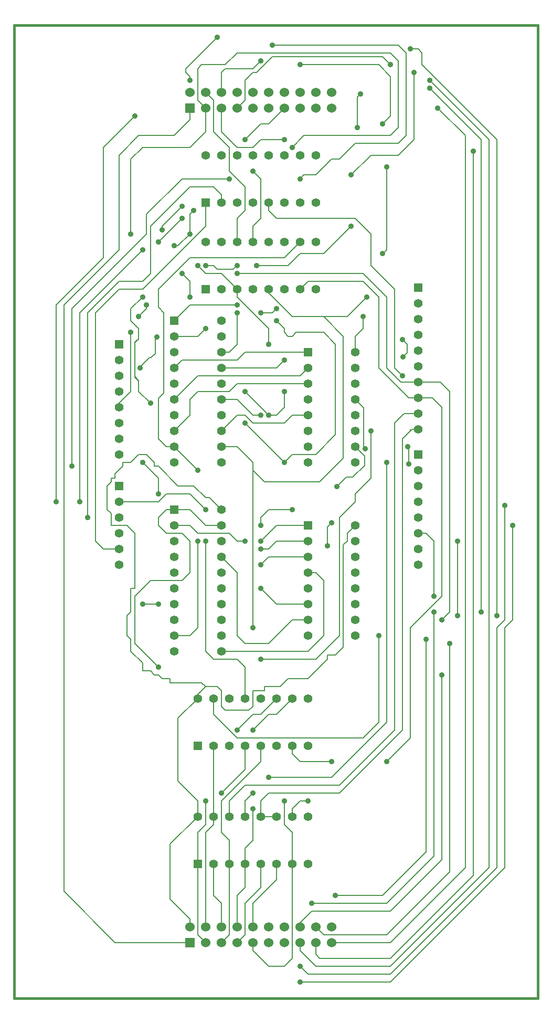
<source format=gtl>
G04 (created by PCBNEW-RS274X (2012-01-19 BZR 3256)-stable) date 4/18/2012 11:58:31 PM*
G01*
G70*
G90*
%MOIN*%
G04 Gerber Fmt 3.4, Leading zero omitted, Abs format*
%FSLAX34Y34*%
G04 APERTURE LIST*
%ADD10C,0.006000*%
%ADD11C,0.015000*%
%ADD12R,0.055000X0.055000*%
%ADD13C,0.055000*%
%ADD14R,0.060000X0.060000*%
%ADD15C,0.060000*%
%ADD16C,0.035000*%
%ADD17C,0.008000*%
G04 APERTURE END LIST*
G54D10*
G54D11*
X23350Y-11750D02*
X23350Y-73550D01*
X56600Y-11750D02*
X23350Y-11750D01*
X56600Y-73550D02*
X56600Y-11750D01*
X23400Y-73550D02*
X56600Y-73550D01*
G54D12*
X49000Y-39000D03*
G54D13*
X49000Y-40000D03*
X49000Y-41000D03*
X49000Y-42000D03*
X49000Y-43000D03*
X49000Y-44000D03*
X49000Y-45000D03*
X49000Y-46000D03*
G54D12*
X30000Y-32000D03*
G54D13*
X30000Y-33000D03*
X30000Y-34000D03*
X30000Y-35000D03*
X30000Y-36000D03*
X30000Y-37000D03*
X30000Y-38000D03*
X30000Y-39000D03*
G54D14*
X34500Y-17000D03*
G54D15*
X34500Y-16000D03*
X39500Y-17000D03*
X35500Y-16000D03*
X40500Y-17000D03*
X36500Y-16000D03*
X41500Y-17000D03*
X37500Y-16000D03*
X42500Y-17000D03*
X38500Y-16000D03*
X43500Y-17000D03*
X39500Y-16000D03*
X40500Y-16000D03*
X41500Y-16000D03*
X42500Y-16000D03*
X43500Y-16000D03*
X35500Y-17000D03*
X36500Y-17000D03*
X37500Y-17000D03*
X38500Y-17000D03*
G54D14*
X34500Y-70000D03*
G54D15*
X34500Y-69000D03*
X39500Y-70000D03*
X35500Y-69000D03*
X40500Y-70000D03*
X36500Y-69000D03*
X41500Y-70000D03*
X37500Y-69000D03*
X42500Y-70000D03*
X38500Y-69000D03*
X43500Y-70000D03*
X39500Y-69000D03*
X40500Y-69000D03*
X41500Y-69000D03*
X42500Y-69000D03*
X43500Y-69000D03*
X35500Y-70000D03*
X36500Y-70000D03*
X37500Y-70000D03*
X38500Y-70000D03*
G54D12*
X33500Y-30500D03*
G54D13*
X33500Y-31500D03*
X33500Y-32500D03*
X33500Y-33500D03*
X33500Y-34500D03*
X33500Y-35500D03*
X33500Y-36500D03*
X33500Y-37500D03*
X33500Y-38500D03*
X33500Y-39500D03*
X36500Y-39500D03*
X36500Y-38500D03*
X36500Y-37500D03*
X36500Y-36500D03*
X36500Y-35500D03*
X36500Y-34500D03*
X36500Y-33500D03*
X36500Y-32500D03*
X36500Y-31500D03*
X36500Y-30500D03*
G54D12*
X33500Y-42500D03*
G54D13*
X33500Y-43500D03*
X33500Y-44500D03*
X33500Y-45500D03*
X33500Y-46500D03*
X33500Y-47500D03*
X33500Y-48500D03*
X33500Y-49500D03*
X33500Y-50500D03*
X33500Y-51500D03*
X36500Y-51500D03*
X36500Y-50500D03*
X36500Y-49500D03*
X36500Y-48500D03*
X36500Y-47500D03*
X36500Y-46500D03*
X36500Y-45500D03*
X36500Y-44500D03*
X36500Y-43500D03*
X36500Y-42500D03*
G54D12*
X35500Y-23000D03*
G54D13*
X36500Y-23000D03*
X37500Y-23000D03*
X38500Y-23000D03*
X39500Y-23000D03*
X40500Y-23000D03*
X41500Y-23000D03*
X42500Y-23000D03*
X42500Y-20000D03*
X41500Y-20000D03*
X40500Y-20000D03*
X39500Y-20000D03*
X38500Y-20000D03*
X37500Y-20000D03*
X36500Y-20000D03*
X35500Y-20000D03*
G54D12*
X42000Y-32500D03*
G54D13*
X42000Y-33500D03*
X42000Y-34500D03*
X42000Y-35500D03*
X42000Y-36500D03*
X42000Y-37500D03*
X42000Y-38500D03*
X42000Y-39500D03*
X45000Y-39500D03*
X45000Y-38500D03*
X45000Y-37500D03*
X45000Y-36500D03*
X45000Y-35500D03*
X45000Y-34500D03*
X45000Y-33500D03*
X45000Y-32500D03*
G54D12*
X42000Y-43500D03*
G54D13*
X42000Y-44500D03*
X42000Y-45500D03*
X42000Y-46500D03*
X42000Y-47500D03*
X42000Y-48500D03*
X42000Y-49500D03*
X42000Y-50500D03*
X45000Y-50500D03*
X45000Y-49500D03*
X45000Y-48500D03*
X45000Y-47500D03*
X45000Y-46500D03*
X45000Y-45500D03*
X45000Y-44500D03*
X45000Y-43500D03*
G54D12*
X35000Y-65000D03*
G54D13*
X36000Y-65000D03*
X37000Y-65000D03*
X38000Y-65000D03*
X39000Y-65000D03*
X40000Y-65000D03*
X41000Y-65000D03*
X42000Y-65000D03*
X42000Y-62000D03*
X41000Y-62000D03*
X40000Y-62000D03*
X39000Y-62000D03*
X38000Y-62000D03*
X37000Y-62000D03*
X36000Y-62000D03*
X35000Y-62000D03*
G54D12*
X35000Y-57500D03*
G54D13*
X36000Y-57500D03*
X37000Y-57500D03*
X38000Y-57500D03*
X39000Y-57500D03*
X40000Y-57500D03*
X41000Y-57500D03*
X42000Y-57500D03*
X42000Y-54500D03*
X41000Y-54500D03*
X40000Y-54500D03*
X39000Y-54500D03*
X38000Y-54500D03*
X37000Y-54500D03*
X36000Y-54500D03*
X35000Y-54500D03*
G54D12*
X35500Y-28500D03*
G54D13*
X36500Y-28500D03*
X37500Y-28500D03*
X38500Y-28500D03*
X39500Y-28500D03*
X40500Y-28500D03*
X41500Y-28500D03*
X42500Y-28500D03*
X42500Y-25500D03*
X41500Y-25500D03*
X40500Y-25500D03*
X39500Y-25500D03*
X38500Y-25500D03*
X37500Y-25500D03*
X36500Y-25500D03*
X35500Y-25500D03*
G54D12*
X49000Y-28400D03*
G54D13*
X49000Y-29400D03*
X49000Y-30400D03*
X49000Y-31400D03*
X49000Y-32400D03*
X49000Y-33400D03*
X49000Y-34400D03*
X49000Y-35400D03*
X49000Y-36400D03*
X49000Y-37400D03*
G54D12*
X30000Y-41000D03*
G54D13*
X30000Y-42000D03*
X30000Y-43000D03*
X30000Y-44000D03*
X30000Y-45000D03*
X30000Y-46000D03*
G54D16*
X48000Y-31700D03*
X48050Y-32800D03*
X48400Y-39600D03*
X48350Y-38500D03*
X37500Y-30000D03*
X39500Y-32000D03*
X40500Y-35000D03*
X35000Y-27000D03*
X39500Y-36500D03*
X38000Y-35000D03*
X40500Y-39500D03*
X44750Y-24500D03*
X38000Y-37000D03*
X44750Y-21250D03*
X38750Y-27000D03*
X48750Y-14750D03*
X40000Y-30500D03*
X47250Y-14250D03*
X45750Y-29000D03*
X38500Y-50000D03*
X46750Y-26250D03*
X46750Y-18000D03*
X34500Y-15250D03*
X36250Y-12500D03*
X41500Y-14250D03*
X47000Y-20750D03*
X35000Y-44500D03*
X40500Y-19000D03*
X35000Y-40000D03*
X34000Y-23250D03*
X31500Y-48500D03*
X32500Y-48500D03*
X31500Y-29000D03*
X39000Y-14000D03*
X41500Y-21500D03*
X32000Y-35750D03*
X32750Y-24750D03*
X39750Y-13000D03*
X31500Y-39500D03*
X30750Y-25000D03*
X32500Y-41500D03*
X41000Y-19500D03*
X37500Y-27000D03*
X35500Y-27000D03*
X49750Y-15250D03*
X50500Y-53000D03*
X48500Y-13250D03*
X54000Y-49250D03*
X52500Y-19750D03*
X49750Y-15750D03*
X53000Y-49000D03*
X51000Y-51000D03*
X50250Y-17000D03*
X35500Y-61000D03*
X36500Y-60500D03*
X38500Y-56500D03*
X38500Y-61500D03*
X37500Y-56500D03*
X40500Y-61000D03*
X38500Y-21000D03*
X37000Y-21500D03*
X27000Y-39750D03*
X43500Y-58500D03*
X47000Y-58500D03*
X46500Y-50500D03*
X50500Y-49500D03*
X37500Y-27500D03*
X42250Y-67500D03*
X50000Y-49000D03*
X50000Y-48000D03*
X55000Y-43500D03*
X41500Y-72500D03*
X41500Y-71500D03*
X54500Y-42250D03*
X51500Y-44500D03*
X51500Y-49250D03*
X43750Y-67000D03*
X49500Y-50750D03*
X39500Y-59500D03*
X38500Y-60500D03*
X47000Y-39500D03*
X35500Y-44500D03*
X35500Y-42500D03*
X26000Y-42000D03*
X31000Y-17500D03*
X28000Y-43000D03*
X27500Y-42000D03*
X31500Y-26000D03*
X32500Y-25500D03*
X34000Y-24000D03*
X38000Y-19000D03*
X45650Y-38650D03*
X43250Y-44800D03*
X43500Y-43350D03*
X45150Y-18250D03*
X45350Y-16100D03*
X31350Y-33500D03*
X43850Y-41050D03*
X42000Y-61000D03*
X32400Y-31550D03*
X39000Y-36500D03*
X40500Y-33000D03*
X35500Y-31000D03*
X41000Y-42500D03*
X39000Y-43500D03*
X38000Y-44500D03*
X39000Y-44500D03*
X39000Y-45000D03*
X39000Y-46000D03*
X39000Y-47500D03*
X37500Y-29500D03*
X32500Y-52500D03*
X46000Y-37500D03*
X48000Y-34000D03*
X39000Y-52000D03*
X34750Y-23500D03*
X33500Y-25750D03*
X34500Y-25000D03*
X34500Y-29000D03*
X45500Y-30250D03*
X34000Y-27500D03*
X31750Y-29500D03*
X31250Y-30250D03*
X39000Y-30000D03*
X40000Y-29750D03*
X30750Y-31250D03*
G54D17*
X48400Y-38550D02*
X48400Y-39600D01*
X48300Y-32000D02*
X48000Y-31700D01*
X48300Y-32550D02*
X48300Y-32000D01*
X48050Y-32800D02*
X48300Y-32550D01*
X48350Y-38500D02*
X48400Y-38550D01*
X37500Y-32000D02*
X37000Y-32500D01*
X37500Y-30000D02*
X37500Y-32000D01*
X37000Y-32500D02*
X36500Y-32500D01*
X39500Y-31000D02*
X39500Y-32000D01*
X37500Y-29000D02*
X39500Y-31000D01*
X37500Y-28500D02*
X36500Y-27500D01*
X40500Y-36000D02*
X40000Y-36500D01*
X37500Y-28500D02*
X37500Y-29000D01*
X35500Y-27500D02*
X35000Y-27000D01*
X38000Y-35000D02*
X39500Y-36500D01*
X40500Y-35000D02*
X40500Y-36000D01*
X40000Y-36500D02*
X39500Y-36500D01*
X36500Y-27500D02*
X35500Y-27500D01*
X46000Y-20000D02*
X47750Y-20000D01*
X40750Y-31500D02*
X41000Y-31500D01*
X41250Y-31250D02*
X43000Y-31250D01*
X43000Y-31250D02*
X43750Y-32000D01*
X40500Y-31250D02*
X40750Y-31500D01*
X40000Y-30500D02*
X40500Y-31000D01*
X39750Y-13750D02*
X38750Y-14750D01*
X41000Y-39000D02*
X40500Y-39500D01*
X41000Y-31500D02*
X41250Y-31250D01*
X43000Y-26250D02*
X44750Y-24500D01*
X43750Y-32000D02*
X43750Y-37750D01*
X46750Y-13750D02*
X39750Y-13750D01*
X48750Y-19000D02*
X48750Y-14750D01*
X40750Y-27000D02*
X41500Y-26250D01*
X38750Y-27000D02*
X40750Y-27000D01*
X42500Y-39000D02*
X41000Y-39000D01*
X38000Y-15250D02*
X38000Y-16500D01*
X38000Y-37000D02*
X40500Y-39500D01*
X41500Y-26250D02*
X43000Y-26250D01*
X47250Y-14250D02*
X46750Y-13750D01*
X43750Y-37750D02*
X42500Y-39000D01*
X40500Y-31000D02*
X40500Y-31250D01*
X38000Y-16500D02*
X37500Y-17000D01*
X47750Y-20000D02*
X48750Y-19000D01*
X38500Y-14750D02*
X38000Y-15250D01*
X38750Y-14750D02*
X38500Y-14750D01*
X44750Y-21250D02*
X46000Y-20000D01*
X39500Y-28500D02*
X39500Y-28750D01*
X38500Y-39500D02*
X37500Y-38500D01*
X37500Y-38500D02*
X36500Y-38500D01*
X39250Y-40750D02*
X38500Y-40000D01*
X38500Y-50000D02*
X38500Y-40000D01*
X34250Y-14500D02*
X34250Y-14750D01*
X47250Y-17500D02*
X47250Y-15000D01*
X44250Y-31500D02*
X44250Y-39250D01*
X36250Y-12500D02*
X34250Y-14500D01*
X46500Y-14250D02*
X41500Y-14250D01*
X34500Y-15000D02*
X34500Y-15250D01*
X46750Y-18000D02*
X47250Y-17500D01*
X39500Y-28750D02*
X41000Y-30250D01*
X46750Y-26250D02*
X47000Y-26000D01*
X44500Y-30250D02*
X45750Y-29000D01*
X43000Y-30250D02*
X44250Y-31500D01*
X38500Y-40000D02*
X38500Y-39500D01*
X43000Y-30250D02*
X44500Y-30250D01*
X47000Y-26000D02*
X47000Y-20750D01*
X42750Y-40750D02*
X39250Y-40750D01*
X34250Y-14750D02*
X34500Y-15000D01*
X47250Y-15000D02*
X46500Y-14250D01*
X41000Y-30250D02*
X43000Y-30250D01*
X44250Y-39250D02*
X42750Y-40750D01*
X34500Y-26500D02*
X40500Y-26500D01*
X35000Y-50000D02*
X35000Y-44500D01*
X32500Y-28500D02*
X34500Y-26500D01*
X32850Y-35100D02*
X32850Y-30000D01*
X36500Y-18500D02*
X36500Y-17000D01*
X32500Y-29650D02*
X32500Y-28500D01*
X40500Y-19000D02*
X39000Y-19000D01*
X32500Y-35450D02*
X32850Y-35100D01*
X38500Y-19500D02*
X37500Y-19500D01*
X34500Y-50500D02*
X35000Y-50000D01*
X33500Y-38500D02*
X33000Y-38500D01*
X39000Y-19000D02*
X38500Y-19500D01*
X35000Y-40000D02*
X33500Y-38500D01*
X32850Y-30000D02*
X32500Y-29650D01*
X32500Y-35850D02*
X32500Y-35450D01*
X32500Y-38000D02*
X32500Y-35850D01*
X40500Y-26500D02*
X41500Y-25500D01*
X33000Y-38500D02*
X32500Y-38000D01*
X37500Y-19500D02*
X36500Y-18500D01*
X33500Y-50500D02*
X34500Y-50500D01*
X34000Y-23250D02*
X32750Y-24500D01*
X48250Y-18750D02*
X48250Y-13500D01*
X30750Y-30500D02*
X31250Y-31000D01*
X47750Y-13000D02*
X39750Y-13000D01*
X30750Y-29750D02*
X30750Y-30500D01*
X31250Y-31700D02*
X31182Y-31700D01*
X48250Y-13500D02*
X47750Y-13000D01*
X31250Y-34650D02*
X31250Y-34300D01*
X31000Y-34050D02*
X31250Y-34300D01*
X31000Y-31882D02*
X31000Y-34050D01*
X36750Y-14500D02*
X36500Y-14750D01*
X36500Y-14750D02*
X36500Y-16000D01*
X41750Y-21250D02*
X42500Y-21250D01*
X31250Y-31000D02*
X31250Y-31700D01*
X32750Y-24500D02*
X32750Y-24750D01*
X42500Y-21250D02*
X43500Y-20250D01*
X31182Y-31700D02*
X31000Y-31882D01*
X32500Y-48500D02*
X31500Y-48500D01*
X38500Y-14500D02*
X36750Y-14500D01*
X31250Y-35000D02*
X32000Y-35750D01*
X31500Y-29000D02*
X30750Y-29750D01*
X45000Y-19250D02*
X47750Y-19250D01*
X31250Y-34650D02*
X31250Y-34350D01*
X47750Y-19250D02*
X48250Y-18750D01*
X31250Y-34350D02*
X31000Y-34100D01*
X31000Y-34100D02*
X31000Y-31900D01*
X31250Y-34650D02*
X31250Y-35000D01*
X44000Y-20250D02*
X45000Y-19250D01*
X41500Y-21500D02*
X41750Y-21250D01*
X43500Y-20250D02*
X44000Y-20250D01*
X31000Y-31900D02*
X31200Y-31700D01*
X39000Y-14000D02*
X38500Y-14500D01*
X35500Y-17000D02*
X35500Y-18500D01*
X41000Y-19500D02*
X41750Y-18750D01*
X35500Y-18500D02*
X34500Y-19500D01*
X35250Y-14250D02*
X35000Y-14500D01*
X41750Y-18750D02*
X47250Y-18750D01*
X31500Y-39500D02*
X32500Y-40500D01*
X47250Y-18750D02*
X47750Y-18250D01*
X34500Y-19500D02*
X31500Y-19500D01*
X35000Y-16500D02*
X35500Y-17000D01*
X47750Y-14000D02*
X47250Y-13500D01*
X36750Y-14250D02*
X35250Y-14250D01*
X32500Y-40500D02*
X32500Y-41500D01*
X47250Y-13500D02*
X37500Y-13500D01*
X31500Y-19500D02*
X30750Y-20250D01*
X47750Y-18250D02*
X47750Y-14000D01*
X30750Y-20250D02*
X30750Y-25000D01*
X35000Y-14500D02*
X35000Y-16500D01*
X37500Y-13500D02*
X36750Y-14250D01*
X37250Y-27250D02*
X36250Y-27250D01*
X37500Y-25500D02*
X37500Y-24000D01*
X37000Y-21000D02*
X37000Y-19500D01*
X37500Y-27000D02*
X37250Y-27250D01*
X36250Y-27250D02*
X36000Y-27000D01*
X38000Y-22000D02*
X37000Y-21000D01*
X36000Y-16500D02*
X35500Y-16000D01*
X36000Y-27000D02*
X35500Y-27000D01*
X36000Y-18500D02*
X36000Y-16500D01*
X37000Y-19500D02*
X36000Y-18500D01*
X38000Y-23500D02*
X38000Y-22000D01*
X37500Y-24000D02*
X38000Y-23500D01*
X41500Y-70500D02*
X42500Y-71500D01*
X53500Y-65250D02*
X53500Y-19000D01*
X41500Y-70000D02*
X41500Y-70500D01*
X47250Y-71500D02*
X53500Y-65250D01*
X42500Y-71500D02*
X47250Y-71500D01*
X53500Y-19000D02*
X49750Y-15250D01*
X41500Y-68750D02*
X42250Y-68000D01*
X49250Y-14250D02*
X49250Y-13500D01*
X41500Y-69000D02*
X41500Y-68750D01*
X54000Y-49250D02*
X54000Y-19000D01*
X47250Y-68000D02*
X50500Y-64750D01*
X54000Y-19000D02*
X49250Y-14250D01*
X49250Y-13500D02*
X49000Y-13250D01*
X42250Y-68000D02*
X47250Y-68000D01*
X50500Y-64750D02*
X50500Y-53000D01*
X49000Y-13250D02*
X48500Y-13250D01*
X52500Y-65750D02*
X52500Y-19750D01*
X47250Y-71000D02*
X52500Y-65750D01*
X42750Y-71000D02*
X47250Y-71000D01*
X42500Y-70000D02*
X42500Y-70750D01*
X42500Y-70750D02*
X42750Y-71000D01*
X51000Y-65500D02*
X51000Y-51000D01*
X53000Y-49000D02*
X53000Y-19000D01*
X47000Y-69500D02*
X51000Y-65500D01*
X53000Y-19000D02*
X49750Y-15750D01*
X42500Y-69000D02*
X43000Y-69500D01*
X43000Y-69500D02*
X47000Y-69500D01*
X52000Y-18750D02*
X50250Y-17000D01*
X43500Y-70000D02*
X47250Y-70000D01*
X47250Y-70000D02*
X52000Y-65250D01*
X52000Y-65250D02*
X52000Y-18750D01*
X35500Y-63000D02*
X35500Y-69000D01*
X36000Y-62500D02*
X35500Y-63000D01*
X36000Y-62000D02*
X36000Y-57500D01*
X36000Y-62000D02*
X36000Y-62500D01*
X35000Y-69500D02*
X35500Y-70000D01*
X35500Y-62500D02*
X35500Y-61000D01*
X35000Y-63000D02*
X35500Y-62500D01*
X35000Y-65000D02*
X35000Y-69500D01*
X35000Y-65000D02*
X35000Y-63000D01*
X38000Y-59000D02*
X38000Y-57500D01*
X36500Y-60500D02*
X38000Y-59000D01*
X36000Y-67000D02*
X36500Y-67500D01*
X36500Y-67500D02*
X36500Y-69000D01*
X36000Y-65000D02*
X36000Y-67000D01*
X37000Y-63500D02*
X36500Y-63000D01*
X37000Y-65000D02*
X37000Y-69500D01*
X37000Y-65000D02*
X37000Y-63500D01*
X37000Y-69500D02*
X36500Y-70000D01*
X36500Y-61000D02*
X39000Y-58500D01*
X39000Y-58500D02*
X39000Y-57500D01*
X36500Y-63000D02*
X36500Y-61000D01*
X38000Y-64000D02*
X38500Y-63500D01*
X38000Y-65000D02*
X38000Y-66500D01*
X40000Y-55500D02*
X41000Y-54500D01*
X38000Y-66500D02*
X37500Y-67000D01*
X38500Y-56500D02*
X39500Y-55500D01*
X38500Y-63500D02*
X38500Y-61500D01*
X39500Y-55500D02*
X40000Y-55500D01*
X37500Y-67000D02*
X37500Y-69000D01*
X38000Y-65000D02*
X38000Y-64000D01*
X39000Y-65000D02*
X39000Y-66500D01*
X38000Y-69500D02*
X37500Y-70000D01*
X39000Y-55500D02*
X40000Y-54500D01*
X39000Y-66500D02*
X38000Y-67500D01*
X38000Y-67500D02*
X38000Y-69500D01*
X38500Y-55500D02*
X39000Y-55500D01*
X37500Y-56500D02*
X38500Y-55500D01*
X40000Y-66000D02*
X38500Y-67500D01*
X40000Y-65000D02*
X40000Y-66000D01*
X38500Y-67500D02*
X38500Y-69000D01*
X41000Y-65000D02*
X41000Y-71000D01*
X41000Y-63000D02*
X40500Y-62500D01*
X39500Y-71500D02*
X38500Y-70500D01*
X38500Y-70500D02*
X38500Y-70000D01*
X41000Y-65000D02*
X41000Y-63000D01*
X40500Y-62500D02*
X40500Y-61000D01*
X41000Y-71000D02*
X40500Y-71500D01*
X40500Y-71500D02*
X39500Y-71500D01*
X38500Y-25500D02*
X38500Y-24500D01*
X34000Y-21500D02*
X31750Y-23750D01*
X37000Y-21500D02*
X34000Y-21500D01*
X38500Y-24500D02*
X39000Y-24000D01*
X39000Y-21500D02*
X38500Y-21000D01*
X39000Y-24000D02*
X39000Y-21500D01*
X31750Y-23750D02*
X31750Y-25000D01*
X31750Y-25000D02*
X27000Y-29750D01*
X27000Y-29750D02*
X27000Y-39750D01*
X50000Y-48500D02*
X50500Y-48000D01*
X41000Y-57500D02*
X41000Y-58000D01*
X48500Y-50000D02*
X50000Y-48500D01*
X42000Y-28000D02*
X41500Y-28500D01*
X46500Y-33500D02*
X46500Y-29000D01*
X41500Y-58500D02*
X43500Y-58500D01*
X46500Y-29000D02*
X45500Y-28000D01*
X48400Y-35400D02*
X46500Y-33500D01*
X49000Y-35400D02*
X48400Y-35400D01*
X45500Y-28000D02*
X42000Y-28000D01*
X47000Y-58500D02*
X48500Y-57000D01*
X49900Y-35400D02*
X49000Y-35400D01*
X50500Y-48000D02*
X50500Y-36000D01*
X48500Y-57000D02*
X48500Y-50000D01*
X41000Y-58000D02*
X41500Y-58500D01*
X50500Y-36000D02*
X49900Y-35400D01*
X50400Y-34400D02*
X51000Y-35000D01*
X50500Y-49500D02*
X51000Y-49000D01*
X47900Y-34400D02*
X47000Y-33500D01*
X45500Y-57000D02*
X46500Y-56000D01*
X46500Y-56000D02*
X46500Y-50500D01*
X37500Y-57000D02*
X45500Y-57000D01*
X36000Y-54500D02*
X36000Y-55500D01*
X51000Y-35000D02*
X50400Y-34400D01*
X49000Y-34400D02*
X50400Y-34400D01*
X47000Y-33500D02*
X47000Y-29000D01*
X48500Y-34400D02*
X50400Y-34400D01*
X50400Y-34400D02*
X47900Y-34400D01*
X51000Y-49000D02*
X51000Y-35000D01*
X45500Y-27500D02*
X37500Y-27500D01*
X47000Y-29000D02*
X45500Y-27500D01*
X36000Y-55500D02*
X37500Y-57000D01*
X49500Y-44000D02*
X49000Y-44000D01*
X50000Y-64500D02*
X50000Y-49000D01*
X50000Y-44500D02*
X49500Y-44000D01*
X50000Y-48000D02*
X50000Y-44500D01*
X47000Y-67500D02*
X50000Y-64500D01*
X42250Y-67500D02*
X47000Y-67500D01*
X54500Y-65250D02*
X54500Y-50000D01*
X55000Y-49500D02*
X55000Y-43500D01*
X41500Y-72500D02*
X47250Y-72500D01*
X47250Y-72500D02*
X54500Y-65250D01*
X54500Y-50000D02*
X55000Y-49500D01*
X54500Y-49500D02*
X54500Y-42250D01*
X47250Y-72000D02*
X54000Y-65250D01*
X42000Y-72000D02*
X47250Y-72000D01*
X54000Y-65250D02*
X54000Y-50000D01*
X41500Y-71500D02*
X42000Y-72000D01*
X54000Y-50000D02*
X54500Y-49500D01*
X49500Y-64250D02*
X49500Y-50750D01*
X46750Y-67000D02*
X49500Y-64250D01*
X43750Y-67000D02*
X46750Y-67000D01*
X51500Y-49250D02*
X51500Y-44500D01*
X39000Y-61000D02*
X39500Y-60500D01*
X48500Y-37500D02*
X48000Y-38000D01*
X39000Y-62000D02*
X39000Y-61000D01*
X48600Y-37400D02*
X49000Y-37400D01*
X40000Y-62000D02*
X39000Y-62000D01*
X48000Y-38000D02*
X48600Y-37400D01*
X48500Y-37400D02*
X48500Y-37500D01*
X44000Y-60500D02*
X48000Y-56500D01*
X48000Y-56500D02*
X48000Y-38000D01*
X39500Y-60500D02*
X44000Y-60500D01*
X38000Y-61000D02*
X38500Y-60500D01*
X43500Y-59500D02*
X47000Y-56000D01*
X39500Y-59500D02*
X43500Y-59500D01*
X47000Y-56000D02*
X47000Y-39500D01*
X38000Y-62000D02*
X38000Y-61000D01*
X35500Y-42500D02*
X34500Y-41500D01*
X36000Y-52000D02*
X35500Y-51500D01*
X30000Y-42000D02*
X31000Y-42000D01*
X34500Y-41500D02*
X33000Y-41500D01*
X38000Y-54500D02*
X38000Y-52500D01*
X33000Y-41500D02*
X32500Y-42000D01*
X31000Y-42000D02*
X30000Y-42000D01*
X37500Y-52000D02*
X36000Y-52000D01*
X38000Y-52500D02*
X37500Y-52000D01*
X32500Y-42000D02*
X31000Y-42000D01*
X35500Y-51500D02*
X35500Y-44500D01*
X47500Y-37000D02*
X48100Y-36400D01*
X48100Y-36400D02*
X49000Y-36400D01*
X44000Y-60000D02*
X47500Y-56500D01*
X37000Y-61000D02*
X38000Y-60000D01*
X48500Y-36400D02*
X48100Y-36400D01*
X37000Y-62000D02*
X37000Y-61000D01*
X38000Y-60000D02*
X44000Y-60000D01*
X48100Y-36400D02*
X47500Y-37000D01*
X47500Y-56500D02*
X47500Y-37000D01*
X26000Y-29500D02*
X26000Y-42000D01*
X29000Y-19500D02*
X29000Y-26500D01*
X29000Y-26500D02*
X26000Y-29500D01*
X31000Y-17500D02*
X29000Y-19500D01*
X36500Y-22500D02*
X36000Y-22000D01*
X36000Y-22000D02*
X34500Y-22000D01*
X34500Y-22000D02*
X32000Y-24500D01*
X36500Y-23000D02*
X36500Y-22500D01*
X31500Y-28000D02*
X30000Y-28000D01*
X30000Y-28000D02*
X28000Y-30000D01*
X28000Y-30000D02*
X28000Y-43000D01*
X32000Y-24500D02*
X32000Y-27500D01*
X32000Y-27500D02*
X31500Y-28000D01*
X31500Y-26000D02*
X30000Y-27500D01*
X27500Y-30000D02*
X27500Y-42000D01*
X34000Y-24000D02*
X32500Y-25500D01*
X30000Y-27500D02*
X27500Y-30000D01*
X30000Y-28500D02*
X28500Y-30000D01*
X35500Y-23000D02*
X35500Y-24500D01*
X39500Y-18000D02*
X40500Y-17000D01*
X31500Y-28500D02*
X30000Y-28500D01*
X35500Y-24500D02*
X31500Y-28500D01*
X39000Y-18000D02*
X39500Y-18000D01*
X28500Y-30000D02*
X28500Y-44500D01*
X29000Y-45000D02*
X30000Y-45000D01*
X28500Y-44500D02*
X29000Y-45000D01*
X38000Y-19000D02*
X39000Y-18000D01*
X43250Y-43600D02*
X43250Y-44800D01*
X43850Y-41050D02*
X44450Y-40450D01*
X45550Y-36050D02*
X45000Y-35500D01*
X45650Y-38650D02*
X45550Y-38550D01*
X45550Y-38550D02*
X45550Y-36050D01*
X44850Y-40450D02*
X45600Y-39700D01*
X43500Y-43350D02*
X43250Y-43600D01*
X44450Y-40450D02*
X44850Y-40450D01*
X45150Y-16300D02*
X45150Y-18250D01*
X45350Y-16100D02*
X45150Y-16300D01*
X45600Y-39700D02*
X45600Y-39100D01*
X32050Y-32850D02*
X31950Y-32850D01*
X41500Y-61000D02*
X42000Y-61000D01*
X45600Y-39100D02*
X45000Y-38500D01*
X41000Y-61500D02*
X41500Y-61000D01*
X32300Y-32600D02*
X32050Y-32850D01*
X41000Y-62000D02*
X41000Y-61500D01*
X32400Y-31550D02*
X32300Y-31650D01*
X32300Y-31650D02*
X32300Y-32600D01*
X31950Y-32850D02*
X31350Y-33450D01*
X31350Y-33450D02*
X31350Y-33500D01*
X37500Y-36500D02*
X36500Y-37500D01*
X40500Y-37000D02*
X38500Y-37000D01*
X42000Y-36500D02*
X41000Y-36500D01*
X38500Y-37000D02*
X38000Y-36500D01*
X41000Y-36500D02*
X40500Y-37000D01*
X38000Y-36500D02*
X37500Y-36500D01*
X39000Y-36500D02*
X38500Y-36500D01*
X38500Y-36500D02*
X37500Y-35500D01*
X37500Y-35500D02*
X36500Y-35500D01*
X40000Y-33500D02*
X40500Y-33000D01*
X36500Y-33500D02*
X40000Y-33500D01*
X35000Y-35000D02*
X34500Y-35500D01*
X34500Y-35500D02*
X34500Y-36500D01*
X34500Y-36500D02*
X33500Y-37500D01*
X37000Y-35000D02*
X35000Y-35000D01*
X42000Y-34500D02*
X37500Y-34500D01*
X37500Y-34500D02*
X37000Y-35000D01*
X35000Y-31500D02*
X33500Y-31500D01*
X35500Y-31000D02*
X35000Y-31500D01*
X35000Y-44000D02*
X34500Y-43500D01*
X37500Y-44500D02*
X37000Y-44000D01*
X39000Y-43000D02*
X39000Y-43500D01*
X34500Y-43500D02*
X33500Y-43500D01*
X37000Y-44000D02*
X35000Y-44000D01*
X39500Y-42500D02*
X39000Y-43000D01*
X38000Y-44500D02*
X37500Y-44500D01*
X41000Y-42500D02*
X39500Y-42500D01*
X34000Y-33000D02*
X33500Y-33500D01*
X38000Y-32500D02*
X37500Y-33000D01*
X37500Y-33000D02*
X34000Y-33000D01*
X42000Y-32500D02*
X38000Y-32500D01*
X41500Y-34000D02*
X37000Y-34000D01*
X37000Y-34000D02*
X35000Y-34000D01*
X35000Y-34000D02*
X33500Y-35500D01*
X42000Y-33500D02*
X41500Y-34000D01*
X37500Y-50500D02*
X37500Y-46500D01*
X41000Y-49500D02*
X39500Y-51000D01*
X42000Y-49500D02*
X41000Y-49500D01*
X38000Y-51000D02*
X37500Y-50500D01*
X37500Y-46500D02*
X36500Y-45500D01*
X39500Y-51000D02*
X38000Y-51000D01*
X30000Y-26000D02*
X30000Y-20000D01*
X26500Y-66750D02*
X26500Y-29500D01*
X34500Y-70000D02*
X29750Y-70000D01*
X33500Y-18750D02*
X34500Y-17750D01*
X31250Y-18750D02*
X33500Y-18750D01*
X26500Y-29500D02*
X30000Y-26000D01*
X30000Y-20000D02*
X31250Y-18750D01*
X29750Y-70000D02*
X26500Y-66750D01*
X34500Y-17750D02*
X34500Y-17000D01*
X42000Y-43500D02*
X40000Y-43500D01*
X40000Y-43500D02*
X39000Y-44500D01*
X42000Y-44500D02*
X40000Y-44500D01*
X39500Y-45000D02*
X39000Y-45000D01*
X40000Y-44500D02*
X39500Y-45000D01*
X39500Y-45500D02*
X39000Y-46000D01*
X42000Y-45500D02*
X39500Y-45500D01*
X43000Y-50500D02*
X42000Y-51500D01*
X43000Y-47000D02*
X43000Y-50500D01*
X42000Y-46500D02*
X42500Y-46500D01*
X42000Y-51500D02*
X36500Y-51500D01*
X42500Y-46500D02*
X43000Y-47000D01*
X40000Y-48500D02*
X39000Y-47500D01*
X42000Y-48500D02*
X40000Y-48500D01*
X37500Y-29500D02*
X34500Y-29500D01*
X34500Y-29500D02*
X33500Y-30500D01*
X39500Y-23500D02*
X40000Y-24000D01*
X32500Y-43000D02*
X33000Y-42500D01*
X46000Y-25000D02*
X46000Y-27000D01*
X34500Y-46500D02*
X34500Y-44500D01*
X46000Y-40500D02*
X45000Y-41500D01*
X46000Y-37500D02*
X46000Y-40500D01*
X47500Y-33500D02*
X48000Y-34000D01*
X31000Y-51000D02*
X31000Y-48000D01*
X45000Y-41500D02*
X45000Y-42000D01*
X34500Y-42500D02*
X33500Y-42500D01*
X32500Y-52500D02*
X31000Y-51000D01*
X44000Y-50500D02*
X42500Y-52000D01*
X46000Y-27000D02*
X47500Y-28500D01*
X45000Y-42000D02*
X44000Y-43000D01*
X45000Y-24000D02*
X46000Y-25000D01*
X40000Y-24000D02*
X45000Y-24000D01*
X33000Y-42500D02*
X33500Y-42500D01*
X44000Y-43000D02*
X44000Y-50500D01*
X39500Y-23000D02*
X39500Y-23500D01*
X31000Y-48000D02*
X32000Y-47000D01*
X34500Y-44500D02*
X34000Y-44000D01*
X32500Y-43500D02*
X32500Y-43000D01*
X34000Y-47000D02*
X34500Y-46500D01*
X35500Y-43500D02*
X34500Y-42500D01*
X34000Y-44000D02*
X33000Y-44000D01*
X32000Y-47000D02*
X34000Y-47000D01*
X36500Y-43500D02*
X35500Y-43500D01*
X47500Y-28500D02*
X47500Y-33500D01*
X42500Y-52000D02*
X39000Y-52000D01*
X33000Y-44000D02*
X32500Y-43500D01*
X34500Y-68500D02*
X33250Y-67250D01*
X29750Y-40500D02*
X29750Y-40250D01*
X33750Y-25750D02*
X33500Y-25750D01*
X30500Y-49250D02*
X30750Y-49000D01*
X30500Y-43500D02*
X29500Y-43500D01*
X29500Y-40500D02*
X29750Y-40500D01*
X36500Y-55000D02*
X36500Y-54000D01*
X31250Y-39000D02*
X31750Y-39000D01*
X34500Y-28000D02*
X34500Y-29000D01*
X34000Y-27500D02*
X34500Y-28000D01*
X31750Y-29750D02*
X31750Y-29500D01*
X31250Y-30250D02*
X31750Y-29750D01*
X30250Y-39500D02*
X30750Y-39500D01*
X39750Y-30000D02*
X39000Y-30000D01*
X40000Y-29750D02*
X39750Y-30000D01*
X30750Y-49000D02*
X30750Y-47500D01*
X29500Y-40750D02*
X29500Y-40500D01*
X36250Y-53750D02*
X35500Y-53750D01*
X38250Y-55250D02*
X36750Y-55250D01*
X45000Y-31500D02*
X45500Y-31000D01*
X35000Y-54250D02*
X35500Y-53750D01*
X30250Y-39750D02*
X30250Y-39500D01*
X32500Y-39750D02*
X33750Y-41000D01*
X29500Y-43500D02*
X29500Y-42750D01*
X30750Y-35000D02*
X30750Y-31250D01*
X34500Y-69000D02*
X34500Y-68500D01*
X30000Y-35750D02*
X30750Y-35000D01*
X45000Y-32500D02*
X45000Y-31500D01*
X45500Y-31000D02*
X45500Y-30250D01*
X38500Y-55000D02*
X38250Y-55250D01*
X32750Y-53250D02*
X32500Y-53000D01*
X29250Y-41000D02*
X29500Y-40750D01*
X29250Y-42500D02*
X29250Y-41000D01*
X29500Y-42750D02*
X29250Y-42500D01*
X32250Y-39750D02*
X32500Y-39750D01*
X43250Y-51750D02*
X43250Y-52000D01*
X44500Y-44000D02*
X44500Y-44500D01*
X44500Y-44500D02*
X44250Y-44750D01*
X44250Y-44750D02*
X44250Y-51250D01*
X31750Y-39000D02*
X32250Y-39500D01*
X39250Y-54000D02*
X38500Y-54000D01*
X39250Y-53750D02*
X39250Y-54000D01*
X40250Y-53750D02*
X39250Y-53750D01*
X43750Y-51750D02*
X43250Y-51750D01*
X44250Y-51250D02*
X43750Y-51750D01*
X33250Y-67250D02*
X33250Y-63750D01*
X35500Y-41750D02*
X35750Y-41750D01*
X29750Y-40250D02*
X30250Y-39750D01*
X32250Y-53000D02*
X32000Y-52750D01*
X45000Y-43500D02*
X44500Y-44000D01*
X35750Y-41750D02*
X36500Y-42500D01*
X36500Y-54000D02*
X36250Y-53750D01*
X43250Y-52000D02*
X42000Y-53250D01*
X36750Y-55250D02*
X36500Y-55000D01*
X35000Y-54500D02*
X35000Y-54250D01*
X38500Y-54000D02*
X38500Y-55000D01*
X30750Y-47500D02*
X31000Y-47500D01*
X35000Y-61000D02*
X33750Y-59750D01*
X31000Y-44000D02*
X30500Y-43500D01*
X42000Y-53250D02*
X40750Y-53250D01*
X40750Y-53250D02*
X40250Y-53750D01*
X32250Y-39500D02*
X32250Y-39750D01*
X33750Y-55750D02*
X35000Y-54500D01*
X30750Y-51500D02*
X30750Y-50750D01*
X30750Y-50750D02*
X30500Y-50500D01*
X30500Y-50500D02*
X30500Y-49250D01*
X33250Y-53250D02*
X32750Y-53250D01*
X33750Y-41000D02*
X34750Y-41000D01*
X33250Y-63750D02*
X35000Y-62000D01*
X30750Y-39500D02*
X31250Y-39000D01*
X33750Y-59750D02*
X33750Y-55750D01*
X34500Y-25000D02*
X33750Y-25750D01*
X34750Y-23500D02*
X34500Y-23750D01*
X34500Y-23750D02*
X34500Y-25000D01*
X30000Y-36000D02*
X30000Y-35750D01*
X32000Y-52750D02*
X31500Y-52750D01*
X35500Y-53750D02*
X35250Y-53500D01*
X35250Y-53500D02*
X33250Y-53500D01*
X33250Y-53500D02*
X33250Y-53250D01*
X34750Y-41000D02*
X35500Y-41750D01*
X32500Y-53000D02*
X32250Y-53000D01*
X35000Y-62000D02*
X35000Y-61000D01*
X31500Y-52750D02*
X31500Y-52250D01*
X31000Y-47500D02*
X31000Y-44000D01*
X31500Y-52250D02*
X30750Y-51500D01*
M02*

</source>
